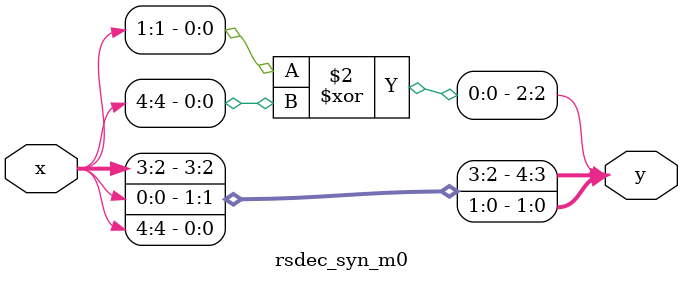
<source format=v>
module rsdec_syn_m0 (y, x);
	input [4:0] x;
	output [4:0] y;
	reg [4:0] y;
	always @ (x)
	begin
		y[0] = x[4];
		y[1] = x[0];
		y[2] = x[1] ^ x[4];
		y[3] = x[2];
		y[4] = x[3];
	end
endmodule
</source>
